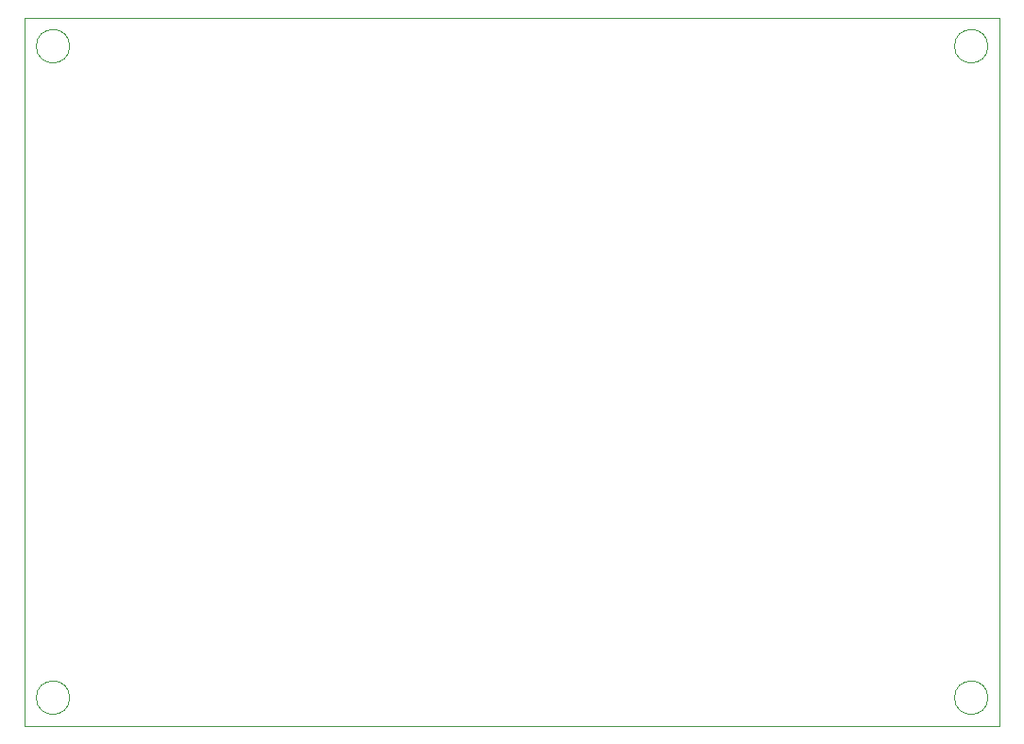
<source format=gm1>
G04 #@! TF.GenerationSoftware,KiCad,Pcbnew,(5.1.10)-1*
G04 #@! TF.CreationDate,2021-10-21T10:26:48-07:00*
G04 #@! TF.ProjectId,1spareparts,31737061-7265-4706-9172-74732e6b6963,rev?*
G04 #@! TF.SameCoordinates,Original*
G04 #@! TF.FileFunction,Profile,NP*
%FSLAX46Y46*%
G04 Gerber Fmt 4.6, Leading zero omitted, Abs format (unit mm)*
G04 Created by KiCad (PCBNEW (5.1.10)-1) date 2021-10-21 10:26:48*
%MOMM*%
%LPD*%
G01*
G04 APERTURE LIST*
G04 #@! TA.AperFunction,Profile*
%ADD10C,0.050000*%
G04 #@! TD*
G04 APERTURE END LIST*
D10*
X101600000Y-124460000D02*
X101600000Y-60960000D01*
X188976000Y-124460000D02*
X101600000Y-124460000D01*
X188976000Y-60960000D02*
X188976000Y-124460000D01*
X101600000Y-60960000D02*
X188976000Y-60960000D01*
X105640000Y-63500000D02*
G75*
G03*
X105640000Y-63500000I-1500000J0D01*
G01*
X105640000Y-121920000D02*
G75*
G03*
X105640000Y-121920000I-1500000J0D01*
G01*
X187936000Y-121920000D02*
G75*
G03*
X187936000Y-121920000I-1500000J0D01*
G01*
X187936000Y-63500000D02*
G75*
G03*
X187936000Y-63500000I-1500000J0D01*
G01*
M02*

</source>
